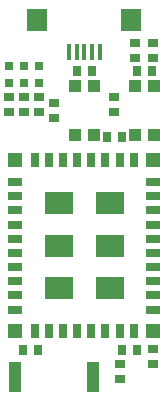
<source format=gtp>
G75*
G70*
%OFA0B0*%
%FSLAX24Y24*%
%IPPOS*%
%LPD*%
%AMOC8*
5,1,8,0,0,1.08239X$1,22.5*
%
%ADD10R,0.0354X0.0276*%
%ADD11R,0.0315X0.0315*%
%ADD12R,0.0138X0.0551*%
%ADD13R,0.0709X0.0748*%
%ADD14R,0.0472X0.0472*%
%ADD15R,0.0472X0.0276*%
%ADD16R,0.0276X0.0472*%
%ADD17R,0.0945X0.0748*%
%ADD18R,0.0400X0.1000*%
%ADD19R,0.0276X0.0354*%
%ADD20R,0.0394X0.0394*%
D10*
X004243Y009384D03*
X004243Y009896D03*
X003743Y010096D03*
X003743Y009584D03*
X003243Y009584D03*
X003243Y010096D03*
X002743Y010096D03*
X002743Y009584D03*
X006243Y009584D03*
X006243Y010096D03*
X006943Y011384D03*
X006943Y011896D03*
X007543Y011896D03*
X007543Y011384D03*
X007543Y001696D03*
X007543Y001184D03*
X006443Y001196D03*
X006443Y000684D03*
D11*
X003743Y010545D03*
X003743Y011135D03*
X003243Y011135D03*
X003243Y010545D03*
X002743Y010545D03*
X002743Y011135D03*
D12*
X004731Y011597D03*
X004987Y011597D03*
X005243Y011597D03*
X005499Y011597D03*
X005755Y011597D03*
D13*
X006818Y012640D03*
X003668Y012640D03*
D14*
X002940Y007983D03*
X002940Y002274D03*
X007546Y002274D03*
X007546Y007983D03*
D15*
X007546Y007254D03*
X007546Y006782D03*
X007546Y006309D03*
X007546Y005837D03*
X007546Y005364D03*
X007546Y004892D03*
X007546Y004420D03*
X007546Y003947D03*
X007546Y003475D03*
X007546Y003002D03*
X002940Y003002D03*
X002940Y003475D03*
X002940Y003947D03*
X002940Y004420D03*
X002940Y004892D03*
X002940Y005364D03*
X002940Y005837D03*
X002940Y006309D03*
X002940Y006782D03*
X002940Y007254D03*
D16*
X003589Y007983D03*
X004062Y007983D03*
X004534Y007983D03*
X005007Y007983D03*
X005479Y007983D03*
X005951Y007983D03*
X006424Y007983D03*
X006896Y007983D03*
X006896Y002274D03*
X006424Y002274D03*
X005951Y002274D03*
X005479Y002274D03*
X005007Y002274D03*
X004534Y002274D03*
X004062Y002274D03*
X003589Y002274D03*
D17*
X004396Y003711D03*
X004396Y005128D03*
X004396Y006546D03*
X006089Y006546D03*
X006089Y005128D03*
X006089Y003711D03*
D18*
X002943Y000740D03*
X005543Y000740D03*
D19*
X006487Y001640D03*
X006999Y001640D03*
X003699Y001640D03*
X003187Y001640D03*
X005987Y008740D03*
X006499Y008740D03*
X006987Y010940D03*
X007499Y010940D03*
X005499Y010940D03*
X004987Y010940D03*
D20*
X004928Y010467D03*
X005558Y010467D03*
X005558Y008813D03*
X004928Y008813D03*
X006928Y008813D03*
X007558Y008813D03*
X007558Y010467D03*
X006928Y010467D03*
M02*

</source>
